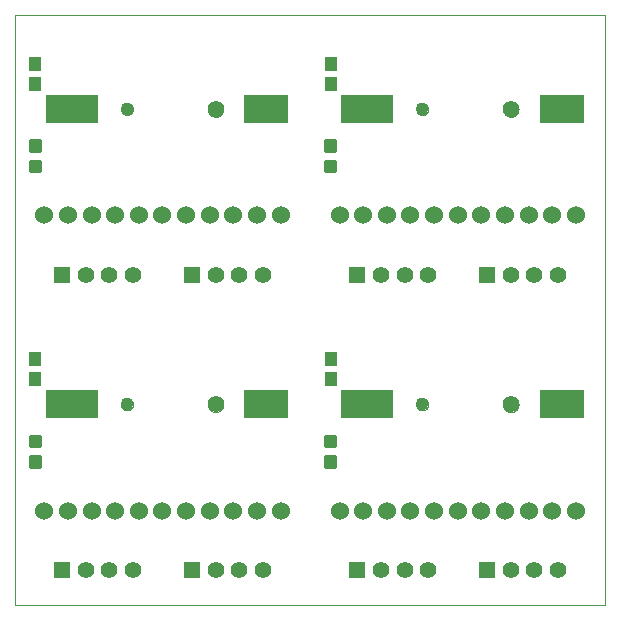
<source format=gts>
G75*
%MOIN*%
%OFA0B0*%
%FSLAX25Y25*%
%IPPOS*%
%LPD*%
%AMOC8*
5,1,8,0,0,1.08239X$1,22.5*
%
%ADD10C,0.00000*%
%ADD11R,0.05550X0.05550*%
%ADD12C,0.05550*%
%ADD13C,0.06000*%
%ADD14R,0.17329X0.09455*%
%ADD15R,0.14809X0.09455*%
%ADD16C,0.05518*%
%ADD17C,0.04337*%
%ADD18C,0.01301*%
%ADD19R,0.04337X0.04731*%
D10*
X0001500Y0006189D02*
X0001500Y0203039D01*
X0198350Y0203039D01*
X0198350Y0006189D01*
X0001500Y0006189D01*
X0036933Y0073118D02*
X0036935Y0073206D01*
X0036941Y0073294D01*
X0036951Y0073382D01*
X0036965Y0073470D01*
X0036982Y0073556D01*
X0037004Y0073642D01*
X0037029Y0073726D01*
X0037059Y0073810D01*
X0037091Y0073892D01*
X0037128Y0073972D01*
X0037168Y0074051D01*
X0037212Y0074128D01*
X0037259Y0074203D01*
X0037309Y0074275D01*
X0037363Y0074346D01*
X0037419Y0074413D01*
X0037479Y0074479D01*
X0037541Y0074541D01*
X0037607Y0074601D01*
X0037674Y0074657D01*
X0037745Y0074711D01*
X0037817Y0074761D01*
X0037892Y0074808D01*
X0037969Y0074852D01*
X0038048Y0074892D01*
X0038128Y0074929D01*
X0038210Y0074961D01*
X0038294Y0074991D01*
X0038378Y0075016D01*
X0038464Y0075038D01*
X0038550Y0075055D01*
X0038638Y0075069D01*
X0038726Y0075079D01*
X0038814Y0075085D01*
X0038902Y0075087D01*
X0038990Y0075085D01*
X0039078Y0075079D01*
X0039166Y0075069D01*
X0039254Y0075055D01*
X0039340Y0075038D01*
X0039426Y0075016D01*
X0039510Y0074991D01*
X0039594Y0074961D01*
X0039676Y0074929D01*
X0039756Y0074892D01*
X0039835Y0074852D01*
X0039912Y0074808D01*
X0039987Y0074761D01*
X0040059Y0074711D01*
X0040130Y0074657D01*
X0040197Y0074601D01*
X0040263Y0074541D01*
X0040325Y0074479D01*
X0040385Y0074413D01*
X0040441Y0074346D01*
X0040495Y0074275D01*
X0040545Y0074203D01*
X0040592Y0074128D01*
X0040636Y0074051D01*
X0040676Y0073972D01*
X0040713Y0073892D01*
X0040745Y0073810D01*
X0040775Y0073726D01*
X0040800Y0073642D01*
X0040822Y0073556D01*
X0040839Y0073470D01*
X0040853Y0073382D01*
X0040863Y0073294D01*
X0040869Y0073206D01*
X0040871Y0073118D01*
X0040869Y0073030D01*
X0040863Y0072942D01*
X0040853Y0072854D01*
X0040839Y0072766D01*
X0040822Y0072680D01*
X0040800Y0072594D01*
X0040775Y0072510D01*
X0040745Y0072426D01*
X0040713Y0072344D01*
X0040676Y0072264D01*
X0040636Y0072185D01*
X0040592Y0072108D01*
X0040545Y0072033D01*
X0040495Y0071961D01*
X0040441Y0071890D01*
X0040385Y0071823D01*
X0040325Y0071757D01*
X0040263Y0071695D01*
X0040197Y0071635D01*
X0040130Y0071579D01*
X0040059Y0071525D01*
X0039987Y0071475D01*
X0039912Y0071428D01*
X0039835Y0071384D01*
X0039756Y0071344D01*
X0039676Y0071307D01*
X0039594Y0071275D01*
X0039510Y0071245D01*
X0039426Y0071220D01*
X0039340Y0071198D01*
X0039254Y0071181D01*
X0039166Y0071167D01*
X0039078Y0071157D01*
X0038990Y0071151D01*
X0038902Y0071149D01*
X0038814Y0071151D01*
X0038726Y0071157D01*
X0038638Y0071167D01*
X0038550Y0071181D01*
X0038464Y0071198D01*
X0038378Y0071220D01*
X0038294Y0071245D01*
X0038210Y0071275D01*
X0038128Y0071307D01*
X0038048Y0071344D01*
X0037969Y0071384D01*
X0037892Y0071428D01*
X0037817Y0071475D01*
X0037745Y0071525D01*
X0037674Y0071579D01*
X0037607Y0071635D01*
X0037541Y0071695D01*
X0037479Y0071757D01*
X0037419Y0071823D01*
X0037363Y0071890D01*
X0037309Y0071961D01*
X0037259Y0072033D01*
X0037212Y0072108D01*
X0037168Y0072185D01*
X0037128Y0072264D01*
X0037091Y0072344D01*
X0037059Y0072426D01*
X0037029Y0072510D01*
X0037004Y0072594D01*
X0036982Y0072680D01*
X0036965Y0072766D01*
X0036951Y0072854D01*
X0036941Y0072942D01*
X0036935Y0073030D01*
X0036933Y0073118D01*
X0065870Y0073118D02*
X0065872Y0073219D01*
X0065878Y0073320D01*
X0065888Y0073421D01*
X0065902Y0073521D01*
X0065920Y0073620D01*
X0065942Y0073719D01*
X0065967Y0073817D01*
X0065997Y0073914D01*
X0066030Y0074009D01*
X0066067Y0074103D01*
X0066108Y0074196D01*
X0066152Y0074287D01*
X0066200Y0074376D01*
X0066252Y0074463D01*
X0066307Y0074548D01*
X0066365Y0074630D01*
X0066426Y0074711D01*
X0066491Y0074789D01*
X0066558Y0074864D01*
X0066628Y0074936D01*
X0066702Y0075006D01*
X0066778Y0075073D01*
X0066856Y0075137D01*
X0066937Y0075197D01*
X0067020Y0075254D01*
X0067106Y0075308D01*
X0067194Y0075359D01*
X0067283Y0075406D01*
X0067374Y0075450D01*
X0067467Y0075489D01*
X0067562Y0075526D01*
X0067657Y0075558D01*
X0067754Y0075587D01*
X0067853Y0075611D01*
X0067951Y0075632D01*
X0068051Y0075649D01*
X0068151Y0075662D01*
X0068252Y0075671D01*
X0068353Y0075676D01*
X0068454Y0075677D01*
X0068555Y0075674D01*
X0068656Y0075667D01*
X0068757Y0075656D01*
X0068857Y0075641D01*
X0068956Y0075622D01*
X0069055Y0075599D01*
X0069152Y0075573D01*
X0069249Y0075542D01*
X0069344Y0075508D01*
X0069437Y0075470D01*
X0069530Y0075428D01*
X0069620Y0075383D01*
X0069709Y0075334D01*
X0069795Y0075282D01*
X0069879Y0075226D01*
X0069962Y0075167D01*
X0070041Y0075105D01*
X0070119Y0075040D01*
X0070193Y0074972D01*
X0070265Y0074900D01*
X0070334Y0074827D01*
X0070400Y0074750D01*
X0070463Y0074671D01*
X0070523Y0074589D01*
X0070579Y0074505D01*
X0070632Y0074419D01*
X0070682Y0074331D01*
X0070728Y0074241D01*
X0070771Y0074150D01*
X0070810Y0074056D01*
X0070845Y0073961D01*
X0070876Y0073865D01*
X0070904Y0073768D01*
X0070928Y0073670D01*
X0070948Y0073571D01*
X0070964Y0073471D01*
X0070976Y0073370D01*
X0070984Y0073270D01*
X0070988Y0073169D01*
X0070988Y0073067D01*
X0070984Y0072966D01*
X0070976Y0072866D01*
X0070964Y0072765D01*
X0070948Y0072665D01*
X0070928Y0072566D01*
X0070904Y0072468D01*
X0070876Y0072371D01*
X0070845Y0072275D01*
X0070810Y0072180D01*
X0070771Y0072086D01*
X0070728Y0071995D01*
X0070682Y0071905D01*
X0070632Y0071817D01*
X0070579Y0071731D01*
X0070523Y0071647D01*
X0070463Y0071565D01*
X0070400Y0071486D01*
X0070334Y0071409D01*
X0070265Y0071336D01*
X0070193Y0071264D01*
X0070119Y0071196D01*
X0070041Y0071131D01*
X0069962Y0071069D01*
X0069879Y0071010D01*
X0069795Y0070954D01*
X0069708Y0070902D01*
X0069620Y0070853D01*
X0069530Y0070808D01*
X0069437Y0070766D01*
X0069344Y0070728D01*
X0069249Y0070694D01*
X0069152Y0070663D01*
X0069055Y0070637D01*
X0068956Y0070614D01*
X0068857Y0070595D01*
X0068757Y0070580D01*
X0068656Y0070569D01*
X0068555Y0070562D01*
X0068454Y0070559D01*
X0068353Y0070560D01*
X0068252Y0070565D01*
X0068151Y0070574D01*
X0068051Y0070587D01*
X0067951Y0070604D01*
X0067853Y0070625D01*
X0067754Y0070649D01*
X0067657Y0070678D01*
X0067562Y0070710D01*
X0067467Y0070747D01*
X0067374Y0070786D01*
X0067283Y0070830D01*
X0067194Y0070877D01*
X0067106Y0070928D01*
X0067020Y0070982D01*
X0066937Y0071039D01*
X0066856Y0071099D01*
X0066778Y0071163D01*
X0066702Y0071230D01*
X0066628Y0071300D01*
X0066558Y0071372D01*
X0066491Y0071447D01*
X0066426Y0071525D01*
X0066365Y0071606D01*
X0066307Y0071688D01*
X0066252Y0071773D01*
X0066200Y0071860D01*
X0066152Y0071949D01*
X0066108Y0072040D01*
X0066067Y0072133D01*
X0066030Y0072227D01*
X0065997Y0072322D01*
X0065967Y0072419D01*
X0065942Y0072517D01*
X0065920Y0072616D01*
X0065902Y0072715D01*
X0065888Y0072815D01*
X0065878Y0072916D01*
X0065872Y0073017D01*
X0065870Y0073118D01*
X0135358Y0073118D02*
X0135360Y0073206D01*
X0135366Y0073294D01*
X0135376Y0073382D01*
X0135390Y0073470D01*
X0135407Y0073556D01*
X0135429Y0073642D01*
X0135454Y0073726D01*
X0135484Y0073810D01*
X0135516Y0073892D01*
X0135553Y0073972D01*
X0135593Y0074051D01*
X0135637Y0074128D01*
X0135684Y0074203D01*
X0135734Y0074275D01*
X0135788Y0074346D01*
X0135844Y0074413D01*
X0135904Y0074479D01*
X0135966Y0074541D01*
X0136032Y0074601D01*
X0136099Y0074657D01*
X0136170Y0074711D01*
X0136242Y0074761D01*
X0136317Y0074808D01*
X0136394Y0074852D01*
X0136473Y0074892D01*
X0136553Y0074929D01*
X0136635Y0074961D01*
X0136719Y0074991D01*
X0136803Y0075016D01*
X0136889Y0075038D01*
X0136975Y0075055D01*
X0137063Y0075069D01*
X0137151Y0075079D01*
X0137239Y0075085D01*
X0137327Y0075087D01*
X0137415Y0075085D01*
X0137503Y0075079D01*
X0137591Y0075069D01*
X0137679Y0075055D01*
X0137765Y0075038D01*
X0137851Y0075016D01*
X0137935Y0074991D01*
X0138019Y0074961D01*
X0138101Y0074929D01*
X0138181Y0074892D01*
X0138260Y0074852D01*
X0138337Y0074808D01*
X0138412Y0074761D01*
X0138484Y0074711D01*
X0138555Y0074657D01*
X0138622Y0074601D01*
X0138688Y0074541D01*
X0138750Y0074479D01*
X0138810Y0074413D01*
X0138866Y0074346D01*
X0138920Y0074275D01*
X0138970Y0074203D01*
X0139017Y0074128D01*
X0139061Y0074051D01*
X0139101Y0073972D01*
X0139138Y0073892D01*
X0139170Y0073810D01*
X0139200Y0073726D01*
X0139225Y0073642D01*
X0139247Y0073556D01*
X0139264Y0073470D01*
X0139278Y0073382D01*
X0139288Y0073294D01*
X0139294Y0073206D01*
X0139296Y0073118D01*
X0139294Y0073030D01*
X0139288Y0072942D01*
X0139278Y0072854D01*
X0139264Y0072766D01*
X0139247Y0072680D01*
X0139225Y0072594D01*
X0139200Y0072510D01*
X0139170Y0072426D01*
X0139138Y0072344D01*
X0139101Y0072264D01*
X0139061Y0072185D01*
X0139017Y0072108D01*
X0138970Y0072033D01*
X0138920Y0071961D01*
X0138866Y0071890D01*
X0138810Y0071823D01*
X0138750Y0071757D01*
X0138688Y0071695D01*
X0138622Y0071635D01*
X0138555Y0071579D01*
X0138484Y0071525D01*
X0138412Y0071475D01*
X0138337Y0071428D01*
X0138260Y0071384D01*
X0138181Y0071344D01*
X0138101Y0071307D01*
X0138019Y0071275D01*
X0137935Y0071245D01*
X0137851Y0071220D01*
X0137765Y0071198D01*
X0137679Y0071181D01*
X0137591Y0071167D01*
X0137503Y0071157D01*
X0137415Y0071151D01*
X0137327Y0071149D01*
X0137239Y0071151D01*
X0137151Y0071157D01*
X0137063Y0071167D01*
X0136975Y0071181D01*
X0136889Y0071198D01*
X0136803Y0071220D01*
X0136719Y0071245D01*
X0136635Y0071275D01*
X0136553Y0071307D01*
X0136473Y0071344D01*
X0136394Y0071384D01*
X0136317Y0071428D01*
X0136242Y0071475D01*
X0136170Y0071525D01*
X0136099Y0071579D01*
X0136032Y0071635D01*
X0135966Y0071695D01*
X0135904Y0071757D01*
X0135844Y0071823D01*
X0135788Y0071890D01*
X0135734Y0071961D01*
X0135684Y0072033D01*
X0135637Y0072108D01*
X0135593Y0072185D01*
X0135553Y0072264D01*
X0135516Y0072344D01*
X0135484Y0072426D01*
X0135454Y0072510D01*
X0135429Y0072594D01*
X0135407Y0072680D01*
X0135390Y0072766D01*
X0135376Y0072854D01*
X0135366Y0072942D01*
X0135360Y0073030D01*
X0135358Y0073118D01*
X0164295Y0073118D02*
X0164297Y0073219D01*
X0164303Y0073320D01*
X0164313Y0073421D01*
X0164327Y0073521D01*
X0164345Y0073620D01*
X0164367Y0073719D01*
X0164392Y0073817D01*
X0164422Y0073914D01*
X0164455Y0074009D01*
X0164492Y0074103D01*
X0164533Y0074196D01*
X0164577Y0074287D01*
X0164625Y0074376D01*
X0164677Y0074463D01*
X0164732Y0074548D01*
X0164790Y0074630D01*
X0164851Y0074711D01*
X0164916Y0074789D01*
X0164983Y0074864D01*
X0165053Y0074936D01*
X0165127Y0075006D01*
X0165203Y0075073D01*
X0165281Y0075137D01*
X0165362Y0075197D01*
X0165445Y0075254D01*
X0165531Y0075308D01*
X0165619Y0075359D01*
X0165708Y0075406D01*
X0165799Y0075450D01*
X0165892Y0075489D01*
X0165987Y0075526D01*
X0166082Y0075558D01*
X0166179Y0075587D01*
X0166278Y0075611D01*
X0166376Y0075632D01*
X0166476Y0075649D01*
X0166576Y0075662D01*
X0166677Y0075671D01*
X0166778Y0075676D01*
X0166879Y0075677D01*
X0166980Y0075674D01*
X0167081Y0075667D01*
X0167182Y0075656D01*
X0167282Y0075641D01*
X0167381Y0075622D01*
X0167480Y0075599D01*
X0167577Y0075573D01*
X0167674Y0075542D01*
X0167769Y0075508D01*
X0167862Y0075470D01*
X0167955Y0075428D01*
X0168045Y0075383D01*
X0168134Y0075334D01*
X0168220Y0075282D01*
X0168304Y0075226D01*
X0168387Y0075167D01*
X0168466Y0075105D01*
X0168544Y0075040D01*
X0168618Y0074972D01*
X0168690Y0074900D01*
X0168759Y0074827D01*
X0168825Y0074750D01*
X0168888Y0074671D01*
X0168948Y0074589D01*
X0169004Y0074505D01*
X0169057Y0074419D01*
X0169107Y0074331D01*
X0169153Y0074241D01*
X0169196Y0074150D01*
X0169235Y0074056D01*
X0169270Y0073961D01*
X0169301Y0073865D01*
X0169329Y0073768D01*
X0169353Y0073670D01*
X0169373Y0073571D01*
X0169389Y0073471D01*
X0169401Y0073370D01*
X0169409Y0073270D01*
X0169413Y0073169D01*
X0169413Y0073067D01*
X0169409Y0072966D01*
X0169401Y0072866D01*
X0169389Y0072765D01*
X0169373Y0072665D01*
X0169353Y0072566D01*
X0169329Y0072468D01*
X0169301Y0072371D01*
X0169270Y0072275D01*
X0169235Y0072180D01*
X0169196Y0072086D01*
X0169153Y0071995D01*
X0169107Y0071905D01*
X0169057Y0071817D01*
X0169004Y0071731D01*
X0168948Y0071647D01*
X0168888Y0071565D01*
X0168825Y0071486D01*
X0168759Y0071409D01*
X0168690Y0071336D01*
X0168618Y0071264D01*
X0168544Y0071196D01*
X0168466Y0071131D01*
X0168387Y0071069D01*
X0168304Y0071010D01*
X0168220Y0070954D01*
X0168133Y0070902D01*
X0168045Y0070853D01*
X0167955Y0070808D01*
X0167862Y0070766D01*
X0167769Y0070728D01*
X0167674Y0070694D01*
X0167577Y0070663D01*
X0167480Y0070637D01*
X0167381Y0070614D01*
X0167282Y0070595D01*
X0167182Y0070580D01*
X0167081Y0070569D01*
X0166980Y0070562D01*
X0166879Y0070559D01*
X0166778Y0070560D01*
X0166677Y0070565D01*
X0166576Y0070574D01*
X0166476Y0070587D01*
X0166376Y0070604D01*
X0166278Y0070625D01*
X0166179Y0070649D01*
X0166082Y0070678D01*
X0165987Y0070710D01*
X0165892Y0070747D01*
X0165799Y0070786D01*
X0165708Y0070830D01*
X0165619Y0070877D01*
X0165531Y0070928D01*
X0165445Y0070982D01*
X0165362Y0071039D01*
X0165281Y0071099D01*
X0165203Y0071163D01*
X0165127Y0071230D01*
X0165053Y0071300D01*
X0164983Y0071372D01*
X0164916Y0071447D01*
X0164851Y0071525D01*
X0164790Y0071606D01*
X0164732Y0071688D01*
X0164677Y0071773D01*
X0164625Y0071860D01*
X0164577Y0071949D01*
X0164533Y0072040D01*
X0164492Y0072133D01*
X0164455Y0072227D01*
X0164422Y0072322D01*
X0164392Y0072419D01*
X0164367Y0072517D01*
X0164345Y0072616D01*
X0164327Y0072715D01*
X0164313Y0072815D01*
X0164303Y0072916D01*
X0164297Y0073017D01*
X0164295Y0073118D01*
X0164295Y0171543D02*
X0164297Y0171644D01*
X0164303Y0171745D01*
X0164313Y0171846D01*
X0164327Y0171946D01*
X0164345Y0172045D01*
X0164367Y0172144D01*
X0164392Y0172242D01*
X0164422Y0172339D01*
X0164455Y0172434D01*
X0164492Y0172528D01*
X0164533Y0172621D01*
X0164577Y0172712D01*
X0164625Y0172801D01*
X0164677Y0172888D01*
X0164732Y0172973D01*
X0164790Y0173055D01*
X0164851Y0173136D01*
X0164916Y0173214D01*
X0164983Y0173289D01*
X0165053Y0173361D01*
X0165127Y0173431D01*
X0165203Y0173498D01*
X0165281Y0173562D01*
X0165362Y0173622D01*
X0165445Y0173679D01*
X0165531Y0173733D01*
X0165619Y0173784D01*
X0165708Y0173831D01*
X0165799Y0173875D01*
X0165892Y0173914D01*
X0165987Y0173951D01*
X0166082Y0173983D01*
X0166179Y0174012D01*
X0166278Y0174036D01*
X0166376Y0174057D01*
X0166476Y0174074D01*
X0166576Y0174087D01*
X0166677Y0174096D01*
X0166778Y0174101D01*
X0166879Y0174102D01*
X0166980Y0174099D01*
X0167081Y0174092D01*
X0167182Y0174081D01*
X0167282Y0174066D01*
X0167381Y0174047D01*
X0167480Y0174024D01*
X0167577Y0173998D01*
X0167674Y0173967D01*
X0167769Y0173933D01*
X0167862Y0173895D01*
X0167955Y0173853D01*
X0168045Y0173808D01*
X0168134Y0173759D01*
X0168220Y0173707D01*
X0168304Y0173651D01*
X0168387Y0173592D01*
X0168466Y0173530D01*
X0168544Y0173465D01*
X0168618Y0173397D01*
X0168690Y0173325D01*
X0168759Y0173252D01*
X0168825Y0173175D01*
X0168888Y0173096D01*
X0168948Y0173014D01*
X0169004Y0172930D01*
X0169057Y0172844D01*
X0169107Y0172756D01*
X0169153Y0172666D01*
X0169196Y0172575D01*
X0169235Y0172481D01*
X0169270Y0172386D01*
X0169301Y0172290D01*
X0169329Y0172193D01*
X0169353Y0172095D01*
X0169373Y0171996D01*
X0169389Y0171896D01*
X0169401Y0171795D01*
X0169409Y0171695D01*
X0169413Y0171594D01*
X0169413Y0171492D01*
X0169409Y0171391D01*
X0169401Y0171291D01*
X0169389Y0171190D01*
X0169373Y0171090D01*
X0169353Y0170991D01*
X0169329Y0170893D01*
X0169301Y0170796D01*
X0169270Y0170700D01*
X0169235Y0170605D01*
X0169196Y0170511D01*
X0169153Y0170420D01*
X0169107Y0170330D01*
X0169057Y0170242D01*
X0169004Y0170156D01*
X0168948Y0170072D01*
X0168888Y0169990D01*
X0168825Y0169911D01*
X0168759Y0169834D01*
X0168690Y0169761D01*
X0168618Y0169689D01*
X0168544Y0169621D01*
X0168466Y0169556D01*
X0168387Y0169494D01*
X0168304Y0169435D01*
X0168220Y0169379D01*
X0168133Y0169327D01*
X0168045Y0169278D01*
X0167955Y0169233D01*
X0167862Y0169191D01*
X0167769Y0169153D01*
X0167674Y0169119D01*
X0167577Y0169088D01*
X0167480Y0169062D01*
X0167381Y0169039D01*
X0167282Y0169020D01*
X0167182Y0169005D01*
X0167081Y0168994D01*
X0166980Y0168987D01*
X0166879Y0168984D01*
X0166778Y0168985D01*
X0166677Y0168990D01*
X0166576Y0168999D01*
X0166476Y0169012D01*
X0166376Y0169029D01*
X0166278Y0169050D01*
X0166179Y0169074D01*
X0166082Y0169103D01*
X0165987Y0169135D01*
X0165892Y0169172D01*
X0165799Y0169211D01*
X0165708Y0169255D01*
X0165619Y0169302D01*
X0165531Y0169353D01*
X0165445Y0169407D01*
X0165362Y0169464D01*
X0165281Y0169524D01*
X0165203Y0169588D01*
X0165127Y0169655D01*
X0165053Y0169725D01*
X0164983Y0169797D01*
X0164916Y0169872D01*
X0164851Y0169950D01*
X0164790Y0170031D01*
X0164732Y0170113D01*
X0164677Y0170198D01*
X0164625Y0170285D01*
X0164577Y0170374D01*
X0164533Y0170465D01*
X0164492Y0170558D01*
X0164455Y0170652D01*
X0164422Y0170747D01*
X0164392Y0170844D01*
X0164367Y0170942D01*
X0164345Y0171041D01*
X0164327Y0171140D01*
X0164313Y0171240D01*
X0164303Y0171341D01*
X0164297Y0171442D01*
X0164295Y0171543D01*
X0135358Y0171543D02*
X0135360Y0171631D01*
X0135366Y0171719D01*
X0135376Y0171807D01*
X0135390Y0171895D01*
X0135407Y0171981D01*
X0135429Y0172067D01*
X0135454Y0172151D01*
X0135484Y0172235D01*
X0135516Y0172317D01*
X0135553Y0172397D01*
X0135593Y0172476D01*
X0135637Y0172553D01*
X0135684Y0172628D01*
X0135734Y0172700D01*
X0135788Y0172771D01*
X0135844Y0172838D01*
X0135904Y0172904D01*
X0135966Y0172966D01*
X0136032Y0173026D01*
X0136099Y0173082D01*
X0136170Y0173136D01*
X0136242Y0173186D01*
X0136317Y0173233D01*
X0136394Y0173277D01*
X0136473Y0173317D01*
X0136553Y0173354D01*
X0136635Y0173386D01*
X0136719Y0173416D01*
X0136803Y0173441D01*
X0136889Y0173463D01*
X0136975Y0173480D01*
X0137063Y0173494D01*
X0137151Y0173504D01*
X0137239Y0173510D01*
X0137327Y0173512D01*
X0137415Y0173510D01*
X0137503Y0173504D01*
X0137591Y0173494D01*
X0137679Y0173480D01*
X0137765Y0173463D01*
X0137851Y0173441D01*
X0137935Y0173416D01*
X0138019Y0173386D01*
X0138101Y0173354D01*
X0138181Y0173317D01*
X0138260Y0173277D01*
X0138337Y0173233D01*
X0138412Y0173186D01*
X0138484Y0173136D01*
X0138555Y0173082D01*
X0138622Y0173026D01*
X0138688Y0172966D01*
X0138750Y0172904D01*
X0138810Y0172838D01*
X0138866Y0172771D01*
X0138920Y0172700D01*
X0138970Y0172628D01*
X0139017Y0172553D01*
X0139061Y0172476D01*
X0139101Y0172397D01*
X0139138Y0172317D01*
X0139170Y0172235D01*
X0139200Y0172151D01*
X0139225Y0172067D01*
X0139247Y0171981D01*
X0139264Y0171895D01*
X0139278Y0171807D01*
X0139288Y0171719D01*
X0139294Y0171631D01*
X0139296Y0171543D01*
X0139294Y0171455D01*
X0139288Y0171367D01*
X0139278Y0171279D01*
X0139264Y0171191D01*
X0139247Y0171105D01*
X0139225Y0171019D01*
X0139200Y0170935D01*
X0139170Y0170851D01*
X0139138Y0170769D01*
X0139101Y0170689D01*
X0139061Y0170610D01*
X0139017Y0170533D01*
X0138970Y0170458D01*
X0138920Y0170386D01*
X0138866Y0170315D01*
X0138810Y0170248D01*
X0138750Y0170182D01*
X0138688Y0170120D01*
X0138622Y0170060D01*
X0138555Y0170004D01*
X0138484Y0169950D01*
X0138412Y0169900D01*
X0138337Y0169853D01*
X0138260Y0169809D01*
X0138181Y0169769D01*
X0138101Y0169732D01*
X0138019Y0169700D01*
X0137935Y0169670D01*
X0137851Y0169645D01*
X0137765Y0169623D01*
X0137679Y0169606D01*
X0137591Y0169592D01*
X0137503Y0169582D01*
X0137415Y0169576D01*
X0137327Y0169574D01*
X0137239Y0169576D01*
X0137151Y0169582D01*
X0137063Y0169592D01*
X0136975Y0169606D01*
X0136889Y0169623D01*
X0136803Y0169645D01*
X0136719Y0169670D01*
X0136635Y0169700D01*
X0136553Y0169732D01*
X0136473Y0169769D01*
X0136394Y0169809D01*
X0136317Y0169853D01*
X0136242Y0169900D01*
X0136170Y0169950D01*
X0136099Y0170004D01*
X0136032Y0170060D01*
X0135966Y0170120D01*
X0135904Y0170182D01*
X0135844Y0170248D01*
X0135788Y0170315D01*
X0135734Y0170386D01*
X0135684Y0170458D01*
X0135637Y0170533D01*
X0135593Y0170610D01*
X0135553Y0170689D01*
X0135516Y0170769D01*
X0135484Y0170851D01*
X0135454Y0170935D01*
X0135429Y0171019D01*
X0135407Y0171105D01*
X0135390Y0171191D01*
X0135376Y0171279D01*
X0135366Y0171367D01*
X0135360Y0171455D01*
X0135358Y0171543D01*
X0065870Y0171543D02*
X0065872Y0171644D01*
X0065878Y0171745D01*
X0065888Y0171846D01*
X0065902Y0171946D01*
X0065920Y0172045D01*
X0065942Y0172144D01*
X0065967Y0172242D01*
X0065997Y0172339D01*
X0066030Y0172434D01*
X0066067Y0172528D01*
X0066108Y0172621D01*
X0066152Y0172712D01*
X0066200Y0172801D01*
X0066252Y0172888D01*
X0066307Y0172973D01*
X0066365Y0173055D01*
X0066426Y0173136D01*
X0066491Y0173214D01*
X0066558Y0173289D01*
X0066628Y0173361D01*
X0066702Y0173431D01*
X0066778Y0173498D01*
X0066856Y0173562D01*
X0066937Y0173622D01*
X0067020Y0173679D01*
X0067106Y0173733D01*
X0067194Y0173784D01*
X0067283Y0173831D01*
X0067374Y0173875D01*
X0067467Y0173914D01*
X0067562Y0173951D01*
X0067657Y0173983D01*
X0067754Y0174012D01*
X0067853Y0174036D01*
X0067951Y0174057D01*
X0068051Y0174074D01*
X0068151Y0174087D01*
X0068252Y0174096D01*
X0068353Y0174101D01*
X0068454Y0174102D01*
X0068555Y0174099D01*
X0068656Y0174092D01*
X0068757Y0174081D01*
X0068857Y0174066D01*
X0068956Y0174047D01*
X0069055Y0174024D01*
X0069152Y0173998D01*
X0069249Y0173967D01*
X0069344Y0173933D01*
X0069437Y0173895D01*
X0069530Y0173853D01*
X0069620Y0173808D01*
X0069709Y0173759D01*
X0069795Y0173707D01*
X0069879Y0173651D01*
X0069962Y0173592D01*
X0070041Y0173530D01*
X0070119Y0173465D01*
X0070193Y0173397D01*
X0070265Y0173325D01*
X0070334Y0173252D01*
X0070400Y0173175D01*
X0070463Y0173096D01*
X0070523Y0173014D01*
X0070579Y0172930D01*
X0070632Y0172844D01*
X0070682Y0172756D01*
X0070728Y0172666D01*
X0070771Y0172575D01*
X0070810Y0172481D01*
X0070845Y0172386D01*
X0070876Y0172290D01*
X0070904Y0172193D01*
X0070928Y0172095D01*
X0070948Y0171996D01*
X0070964Y0171896D01*
X0070976Y0171795D01*
X0070984Y0171695D01*
X0070988Y0171594D01*
X0070988Y0171492D01*
X0070984Y0171391D01*
X0070976Y0171291D01*
X0070964Y0171190D01*
X0070948Y0171090D01*
X0070928Y0170991D01*
X0070904Y0170893D01*
X0070876Y0170796D01*
X0070845Y0170700D01*
X0070810Y0170605D01*
X0070771Y0170511D01*
X0070728Y0170420D01*
X0070682Y0170330D01*
X0070632Y0170242D01*
X0070579Y0170156D01*
X0070523Y0170072D01*
X0070463Y0169990D01*
X0070400Y0169911D01*
X0070334Y0169834D01*
X0070265Y0169761D01*
X0070193Y0169689D01*
X0070119Y0169621D01*
X0070041Y0169556D01*
X0069962Y0169494D01*
X0069879Y0169435D01*
X0069795Y0169379D01*
X0069708Y0169327D01*
X0069620Y0169278D01*
X0069530Y0169233D01*
X0069437Y0169191D01*
X0069344Y0169153D01*
X0069249Y0169119D01*
X0069152Y0169088D01*
X0069055Y0169062D01*
X0068956Y0169039D01*
X0068857Y0169020D01*
X0068757Y0169005D01*
X0068656Y0168994D01*
X0068555Y0168987D01*
X0068454Y0168984D01*
X0068353Y0168985D01*
X0068252Y0168990D01*
X0068151Y0168999D01*
X0068051Y0169012D01*
X0067951Y0169029D01*
X0067853Y0169050D01*
X0067754Y0169074D01*
X0067657Y0169103D01*
X0067562Y0169135D01*
X0067467Y0169172D01*
X0067374Y0169211D01*
X0067283Y0169255D01*
X0067194Y0169302D01*
X0067106Y0169353D01*
X0067020Y0169407D01*
X0066937Y0169464D01*
X0066856Y0169524D01*
X0066778Y0169588D01*
X0066702Y0169655D01*
X0066628Y0169725D01*
X0066558Y0169797D01*
X0066491Y0169872D01*
X0066426Y0169950D01*
X0066365Y0170031D01*
X0066307Y0170113D01*
X0066252Y0170198D01*
X0066200Y0170285D01*
X0066152Y0170374D01*
X0066108Y0170465D01*
X0066067Y0170558D01*
X0066030Y0170652D01*
X0065997Y0170747D01*
X0065967Y0170844D01*
X0065942Y0170942D01*
X0065920Y0171041D01*
X0065902Y0171140D01*
X0065888Y0171240D01*
X0065878Y0171341D01*
X0065872Y0171442D01*
X0065870Y0171543D01*
X0036933Y0171543D02*
X0036935Y0171631D01*
X0036941Y0171719D01*
X0036951Y0171807D01*
X0036965Y0171895D01*
X0036982Y0171981D01*
X0037004Y0172067D01*
X0037029Y0172151D01*
X0037059Y0172235D01*
X0037091Y0172317D01*
X0037128Y0172397D01*
X0037168Y0172476D01*
X0037212Y0172553D01*
X0037259Y0172628D01*
X0037309Y0172700D01*
X0037363Y0172771D01*
X0037419Y0172838D01*
X0037479Y0172904D01*
X0037541Y0172966D01*
X0037607Y0173026D01*
X0037674Y0173082D01*
X0037745Y0173136D01*
X0037817Y0173186D01*
X0037892Y0173233D01*
X0037969Y0173277D01*
X0038048Y0173317D01*
X0038128Y0173354D01*
X0038210Y0173386D01*
X0038294Y0173416D01*
X0038378Y0173441D01*
X0038464Y0173463D01*
X0038550Y0173480D01*
X0038638Y0173494D01*
X0038726Y0173504D01*
X0038814Y0173510D01*
X0038902Y0173512D01*
X0038990Y0173510D01*
X0039078Y0173504D01*
X0039166Y0173494D01*
X0039254Y0173480D01*
X0039340Y0173463D01*
X0039426Y0173441D01*
X0039510Y0173416D01*
X0039594Y0173386D01*
X0039676Y0173354D01*
X0039756Y0173317D01*
X0039835Y0173277D01*
X0039912Y0173233D01*
X0039987Y0173186D01*
X0040059Y0173136D01*
X0040130Y0173082D01*
X0040197Y0173026D01*
X0040263Y0172966D01*
X0040325Y0172904D01*
X0040385Y0172838D01*
X0040441Y0172771D01*
X0040495Y0172700D01*
X0040545Y0172628D01*
X0040592Y0172553D01*
X0040636Y0172476D01*
X0040676Y0172397D01*
X0040713Y0172317D01*
X0040745Y0172235D01*
X0040775Y0172151D01*
X0040800Y0172067D01*
X0040822Y0171981D01*
X0040839Y0171895D01*
X0040853Y0171807D01*
X0040863Y0171719D01*
X0040869Y0171631D01*
X0040871Y0171543D01*
X0040869Y0171455D01*
X0040863Y0171367D01*
X0040853Y0171279D01*
X0040839Y0171191D01*
X0040822Y0171105D01*
X0040800Y0171019D01*
X0040775Y0170935D01*
X0040745Y0170851D01*
X0040713Y0170769D01*
X0040676Y0170689D01*
X0040636Y0170610D01*
X0040592Y0170533D01*
X0040545Y0170458D01*
X0040495Y0170386D01*
X0040441Y0170315D01*
X0040385Y0170248D01*
X0040325Y0170182D01*
X0040263Y0170120D01*
X0040197Y0170060D01*
X0040130Y0170004D01*
X0040059Y0169950D01*
X0039987Y0169900D01*
X0039912Y0169853D01*
X0039835Y0169809D01*
X0039756Y0169769D01*
X0039676Y0169732D01*
X0039594Y0169700D01*
X0039510Y0169670D01*
X0039426Y0169645D01*
X0039340Y0169623D01*
X0039254Y0169606D01*
X0039166Y0169592D01*
X0039078Y0169582D01*
X0038990Y0169576D01*
X0038902Y0169574D01*
X0038814Y0169576D01*
X0038726Y0169582D01*
X0038638Y0169592D01*
X0038550Y0169606D01*
X0038464Y0169623D01*
X0038378Y0169645D01*
X0038294Y0169670D01*
X0038210Y0169700D01*
X0038128Y0169732D01*
X0038048Y0169769D01*
X0037969Y0169809D01*
X0037892Y0169853D01*
X0037817Y0169900D01*
X0037745Y0169950D01*
X0037674Y0170004D01*
X0037607Y0170060D01*
X0037541Y0170120D01*
X0037479Y0170182D01*
X0037419Y0170248D01*
X0037363Y0170315D01*
X0037309Y0170386D01*
X0037259Y0170458D01*
X0037212Y0170533D01*
X0037168Y0170610D01*
X0037128Y0170689D01*
X0037091Y0170769D01*
X0037059Y0170851D01*
X0037029Y0170935D01*
X0037004Y0171019D01*
X0036982Y0171105D01*
X0036965Y0171191D01*
X0036951Y0171279D01*
X0036941Y0171367D01*
X0036935Y0171455D01*
X0036933Y0171543D01*
D11*
X0017248Y0116425D03*
X0060555Y0116425D03*
X0115673Y0116425D03*
X0158980Y0116425D03*
X0158980Y0018000D03*
X0115673Y0018000D03*
X0060555Y0018000D03*
X0017248Y0018000D03*
D12*
X0025122Y0018000D03*
X0032996Y0018000D03*
X0040870Y0018000D03*
X0068429Y0018000D03*
X0076303Y0018000D03*
X0084177Y0018000D03*
X0123547Y0018000D03*
X0131421Y0018000D03*
X0139295Y0018000D03*
X0166854Y0018000D03*
X0174728Y0018000D03*
X0182602Y0018000D03*
X0182602Y0116425D03*
X0174728Y0116425D03*
X0166854Y0116425D03*
X0139295Y0116425D03*
X0131421Y0116425D03*
X0123547Y0116425D03*
X0084177Y0116425D03*
X0076303Y0116425D03*
X0068429Y0116425D03*
X0040870Y0116425D03*
X0032996Y0116425D03*
X0025122Y0116425D03*
D13*
X0027091Y0136110D03*
X0034965Y0136110D03*
X0042839Y0136110D03*
X0050713Y0136110D03*
X0058587Y0136110D03*
X0066461Y0136110D03*
X0074335Y0136110D03*
X0082209Y0136110D03*
X0090083Y0136110D03*
X0109768Y0136110D03*
X0117642Y0136110D03*
X0125516Y0136110D03*
X0133390Y0136110D03*
X0141264Y0136110D03*
X0149138Y0136110D03*
X0157012Y0136110D03*
X0164886Y0136110D03*
X0172760Y0136110D03*
X0180634Y0136110D03*
X0188508Y0136110D03*
X0188508Y0037685D03*
X0180634Y0037685D03*
X0172760Y0037685D03*
X0164886Y0037685D03*
X0157012Y0037685D03*
X0149138Y0037685D03*
X0141264Y0037685D03*
X0133390Y0037685D03*
X0125516Y0037685D03*
X0117642Y0037685D03*
X0109768Y0037685D03*
X0090083Y0037685D03*
X0082209Y0037685D03*
X0074335Y0037685D03*
X0066461Y0037685D03*
X0058587Y0037685D03*
X0050713Y0037685D03*
X0042839Y0037685D03*
X0034965Y0037685D03*
X0027091Y0037685D03*
X0019217Y0037685D03*
X0011343Y0037685D03*
X0011343Y0136110D03*
X0019217Y0136110D03*
D14*
X0020611Y0171543D03*
X0020611Y0073118D03*
X0119036Y0073118D03*
X0119036Y0171543D03*
D15*
X0085341Y0171543D03*
X0085341Y0073118D03*
X0183766Y0073118D03*
X0183766Y0171543D03*
D16*
X0166854Y0171543D03*
X0166854Y0073118D03*
X0068429Y0073118D03*
X0068429Y0171543D03*
D17*
X0038902Y0171543D03*
X0038902Y0073118D03*
X0137327Y0073118D03*
X0137327Y0171543D03*
D18*
X0108333Y0160766D02*
X0105297Y0160766D01*
X0108333Y0160766D02*
X0108333Y0157730D01*
X0105297Y0157730D01*
X0105297Y0160766D01*
X0105297Y0159030D02*
X0108333Y0159030D01*
X0108333Y0160330D02*
X0105297Y0160330D01*
X0105297Y0153861D02*
X0108333Y0153861D01*
X0108333Y0150825D01*
X0105297Y0150825D01*
X0105297Y0153861D01*
X0105297Y0152125D02*
X0108333Y0152125D01*
X0108333Y0153425D02*
X0105297Y0153425D01*
X0105297Y0062341D02*
X0108333Y0062341D01*
X0108333Y0059305D01*
X0105297Y0059305D01*
X0105297Y0062341D01*
X0105297Y0060605D02*
X0108333Y0060605D01*
X0108333Y0061905D02*
X0105297Y0061905D01*
X0105297Y0055435D02*
X0108333Y0055435D01*
X0108333Y0052399D01*
X0105297Y0052399D01*
X0105297Y0055435D01*
X0105297Y0053699D02*
X0108333Y0053699D01*
X0108333Y0054999D02*
X0105297Y0054999D01*
X0009908Y0055435D02*
X0006872Y0055435D01*
X0009908Y0055435D02*
X0009908Y0052399D01*
X0006872Y0052399D01*
X0006872Y0055435D01*
X0006872Y0053699D02*
X0009908Y0053699D01*
X0009908Y0054999D02*
X0006872Y0054999D01*
X0006872Y0062341D02*
X0009908Y0062341D01*
X0009908Y0059305D01*
X0006872Y0059305D01*
X0006872Y0062341D01*
X0006872Y0060605D02*
X0009908Y0060605D01*
X0009908Y0061905D02*
X0006872Y0061905D01*
X0006872Y0153861D02*
X0009908Y0153861D01*
X0009908Y0150825D01*
X0006872Y0150825D01*
X0006872Y0153861D01*
X0006872Y0152125D02*
X0009908Y0152125D01*
X0009908Y0153425D02*
X0006872Y0153425D01*
X0006872Y0160766D02*
X0009908Y0160766D01*
X0009908Y0157730D01*
X0006872Y0157730D01*
X0006872Y0160766D01*
X0006872Y0159030D02*
X0009908Y0159030D01*
X0009908Y0160330D02*
X0006872Y0160330D01*
D19*
X0008390Y0180008D03*
X0008390Y0186701D03*
X0008390Y0088276D03*
X0008390Y0081583D03*
X0106815Y0081583D03*
X0106815Y0088276D03*
X0106815Y0180008D03*
X0106815Y0186701D03*
M02*

</source>
